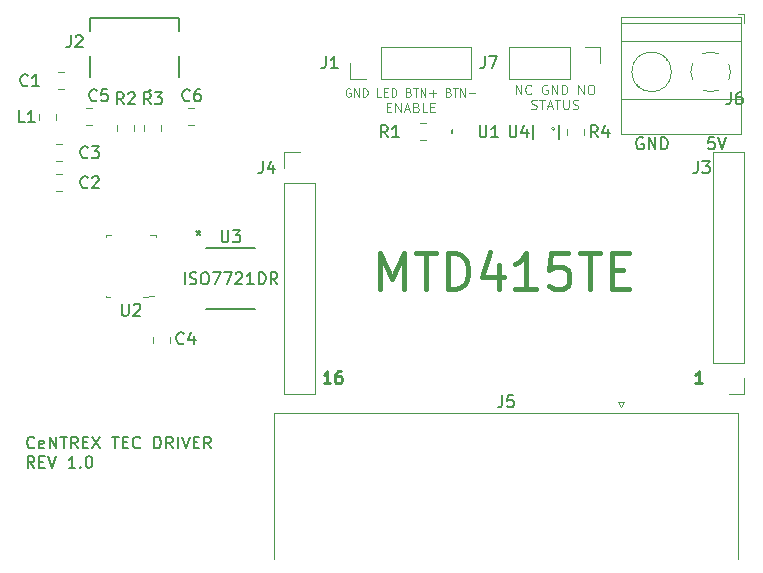
<source format=gbr>
G04 #@! TF.GenerationSoftware,KiCad,Pcbnew,(5.1.4)-1*
G04 #@! TF.CreationDate,2019-10-18T17:06:04-04:00*
G04 #@! TF.ProjectId,mtd415te,6d746434-3135-4746-952e-6b696361645f,rev?*
G04 #@! TF.SameCoordinates,Original*
G04 #@! TF.FileFunction,Legend,Top*
G04 #@! TF.FilePolarity,Positive*
%FSLAX46Y46*%
G04 Gerber Fmt 4.6, Leading zero omitted, Abs format (unit mm)*
G04 Created by KiCad (PCBNEW (5.1.4)-1) date 2019-10-18 17:06:04*
%MOMM*%
%LPD*%
G04 APERTURE LIST*
%ADD10C,0.120000*%
%ADD11C,0.250000*%
%ADD12C,0.100000*%
%ADD13C,0.150000*%
%ADD14C,0.400000*%
%ADD15C,0.152400*%
%ADD16C,0.203200*%
%ADD17C,0.127000*%
%ADD18C,0.200000*%
%ADD19C,0.050000*%
G04 APERTURE END LIST*
D10*
X129298952Y-49726857D02*
X129565619Y-49726857D01*
X129679904Y-50145904D02*
X129298952Y-50145904D01*
X129298952Y-49345904D01*
X129679904Y-49345904D01*
X130022761Y-50145904D02*
X130022761Y-49345904D01*
X130479904Y-50145904D01*
X130479904Y-49345904D01*
X130822761Y-49917333D02*
X131203714Y-49917333D01*
X130746571Y-50145904D02*
X131013238Y-49345904D01*
X131279904Y-50145904D01*
X131813238Y-49726857D02*
X131927523Y-49764952D01*
X131965619Y-49803047D01*
X132003714Y-49879238D01*
X132003714Y-49993523D01*
X131965619Y-50069714D01*
X131927523Y-50107809D01*
X131851333Y-50145904D01*
X131546571Y-50145904D01*
X131546571Y-49345904D01*
X131813238Y-49345904D01*
X131889428Y-49384000D01*
X131927523Y-49422095D01*
X131965619Y-49498285D01*
X131965619Y-49574476D01*
X131927523Y-49650666D01*
X131889428Y-49688761D01*
X131813238Y-49726857D01*
X131546571Y-49726857D01*
X132727523Y-50145904D02*
X132346571Y-50145904D01*
X132346571Y-49345904D01*
X132994190Y-49726857D02*
X133260857Y-49726857D01*
X133375142Y-50145904D02*
X132994190Y-50145904D01*
X132994190Y-49345904D01*
X133375142Y-49345904D01*
X141529047Y-49853809D02*
X141643333Y-49891904D01*
X141833809Y-49891904D01*
X141910000Y-49853809D01*
X141948095Y-49815714D01*
X141986190Y-49739523D01*
X141986190Y-49663333D01*
X141948095Y-49587142D01*
X141910000Y-49549047D01*
X141833809Y-49510952D01*
X141681428Y-49472857D01*
X141605238Y-49434761D01*
X141567142Y-49396666D01*
X141529047Y-49320476D01*
X141529047Y-49244285D01*
X141567142Y-49168095D01*
X141605238Y-49130000D01*
X141681428Y-49091904D01*
X141871904Y-49091904D01*
X141986190Y-49130000D01*
X142214761Y-49091904D02*
X142671904Y-49091904D01*
X142443333Y-49891904D02*
X142443333Y-49091904D01*
X142900476Y-49663333D02*
X143281428Y-49663333D01*
X142824285Y-49891904D02*
X143090952Y-49091904D01*
X143357619Y-49891904D01*
X143510000Y-49091904D02*
X143967142Y-49091904D01*
X143738571Y-49891904D02*
X143738571Y-49091904D01*
X144233809Y-49091904D02*
X144233809Y-49739523D01*
X144271904Y-49815714D01*
X144310000Y-49853809D01*
X144386190Y-49891904D01*
X144538571Y-49891904D01*
X144614761Y-49853809D01*
X144652857Y-49815714D01*
X144690952Y-49739523D01*
X144690952Y-49091904D01*
X145033809Y-49853809D02*
X145148095Y-49891904D01*
X145338571Y-49891904D01*
X145414761Y-49853809D01*
X145452857Y-49815714D01*
X145490952Y-49739523D01*
X145490952Y-49663333D01*
X145452857Y-49587142D01*
X145414761Y-49549047D01*
X145338571Y-49510952D01*
X145186190Y-49472857D01*
X145110000Y-49434761D01*
X145071904Y-49396666D01*
X145033809Y-49320476D01*
X145033809Y-49244285D01*
X145071904Y-49168095D01*
X145110000Y-49130000D01*
X145186190Y-49091904D01*
X145376666Y-49091904D01*
X145490952Y-49130000D01*
D11*
X124523523Y-73096380D02*
X123952095Y-73096380D01*
X124237809Y-73096380D02*
X124237809Y-72096380D01*
X124142571Y-72239238D01*
X124047333Y-72334476D01*
X123952095Y-72382095D01*
X125380666Y-72096380D02*
X125190190Y-72096380D01*
X125094952Y-72144000D01*
X125047333Y-72191619D01*
X124952095Y-72334476D01*
X124904476Y-72524952D01*
X124904476Y-72905904D01*
X124952095Y-73001142D01*
X124999714Y-73048761D01*
X125094952Y-73096380D01*
X125285428Y-73096380D01*
X125380666Y-73048761D01*
X125428285Y-73001142D01*
X125475904Y-72905904D01*
X125475904Y-72667809D01*
X125428285Y-72572571D01*
X125380666Y-72524952D01*
X125285428Y-72477333D01*
X125094952Y-72477333D01*
X124999714Y-72524952D01*
X124952095Y-72572571D01*
X124904476Y-72667809D01*
X155987714Y-73096380D02*
X155416285Y-73096380D01*
X155702000Y-73096380D02*
X155702000Y-72096380D01*
X155606761Y-72239238D01*
X155511523Y-72334476D01*
X155416285Y-72382095D01*
D12*
X126201333Y-48164000D02*
X126134666Y-48130666D01*
X126034666Y-48130666D01*
X125934666Y-48164000D01*
X125868000Y-48230666D01*
X125834666Y-48297333D01*
X125801333Y-48430666D01*
X125801333Y-48530666D01*
X125834666Y-48664000D01*
X125868000Y-48730666D01*
X125934666Y-48797333D01*
X126034666Y-48830666D01*
X126101333Y-48830666D01*
X126201333Y-48797333D01*
X126234666Y-48764000D01*
X126234666Y-48530666D01*
X126101333Y-48530666D01*
X126534666Y-48830666D02*
X126534666Y-48130666D01*
X126934666Y-48830666D01*
X126934666Y-48130666D01*
X127268000Y-48830666D02*
X127268000Y-48130666D01*
X127434666Y-48130666D01*
X127534666Y-48164000D01*
X127601333Y-48230666D01*
X127634666Y-48297333D01*
X127668000Y-48430666D01*
X127668000Y-48530666D01*
X127634666Y-48664000D01*
X127601333Y-48730666D01*
X127534666Y-48797333D01*
X127434666Y-48830666D01*
X127268000Y-48830666D01*
X128834666Y-48830666D02*
X128501333Y-48830666D01*
X128501333Y-48130666D01*
X129068000Y-48464000D02*
X129301333Y-48464000D01*
X129401333Y-48830666D02*
X129068000Y-48830666D01*
X129068000Y-48130666D01*
X129401333Y-48130666D01*
X129701333Y-48830666D02*
X129701333Y-48130666D01*
X129868000Y-48130666D01*
X129968000Y-48164000D01*
X130034666Y-48230666D01*
X130068000Y-48297333D01*
X130101333Y-48430666D01*
X130101333Y-48530666D01*
X130068000Y-48664000D01*
X130034666Y-48730666D01*
X129968000Y-48797333D01*
X129868000Y-48830666D01*
X129701333Y-48830666D01*
X131168000Y-48464000D02*
X131268000Y-48497333D01*
X131301333Y-48530666D01*
X131334666Y-48597333D01*
X131334666Y-48697333D01*
X131301333Y-48764000D01*
X131268000Y-48797333D01*
X131201333Y-48830666D01*
X130934666Y-48830666D01*
X130934666Y-48130666D01*
X131168000Y-48130666D01*
X131234666Y-48164000D01*
X131268000Y-48197333D01*
X131301333Y-48264000D01*
X131301333Y-48330666D01*
X131268000Y-48397333D01*
X131234666Y-48430666D01*
X131168000Y-48464000D01*
X130934666Y-48464000D01*
X131534666Y-48130666D02*
X131934666Y-48130666D01*
X131734666Y-48830666D02*
X131734666Y-48130666D01*
X132168000Y-48830666D02*
X132168000Y-48130666D01*
X132568000Y-48830666D01*
X132568000Y-48130666D01*
X132901333Y-48564000D02*
X133434666Y-48564000D01*
X133168000Y-48830666D02*
X133168000Y-48297333D01*
X134534666Y-48464000D02*
X134634666Y-48497333D01*
X134668000Y-48530666D01*
X134701333Y-48597333D01*
X134701333Y-48697333D01*
X134668000Y-48764000D01*
X134634666Y-48797333D01*
X134568000Y-48830666D01*
X134301333Y-48830666D01*
X134301333Y-48130666D01*
X134534666Y-48130666D01*
X134601333Y-48164000D01*
X134634666Y-48197333D01*
X134668000Y-48264000D01*
X134668000Y-48330666D01*
X134634666Y-48397333D01*
X134601333Y-48430666D01*
X134534666Y-48464000D01*
X134301333Y-48464000D01*
X134901333Y-48130666D02*
X135301333Y-48130666D01*
X135101333Y-48830666D02*
X135101333Y-48130666D01*
X135534666Y-48830666D02*
X135534666Y-48130666D01*
X135934666Y-48830666D01*
X135934666Y-48130666D01*
X136268000Y-48564000D02*
X136801333Y-48564000D01*
D10*
X140214761Y-48621904D02*
X140214761Y-47821904D01*
X140671904Y-48621904D01*
X140671904Y-47821904D01*
X141510000Y-48545714D02*
X141471904Y-48583809D01*
X141357619Y-48621904D01*
X141281428Y-48621904D01*
X141167142Y-48583809D01*
X141090952Y-48507619D01*
X141052857Y-48431428D01*
X141014761Y-48279047D01*
X141014761Y-48164761D01*
X141052857Y-48012380D01*
X141090952Y-47936190D01*
X141167142Y-47860000D01*
X141281428Y-47821904D01*
X141357619Y-47821904D01*
X141471904Y-47860000D01*
X141510000Y-47898095D01*
X142881428Y-47860000D02*
X142805238Y-47821904D01*
X142690952Y-47821904D01*
X142576666Y-47860000D01*
X142500476Y-47936190D01*
X142462380Y-48012380D01*
X142424285Y-48164761D01*
X142424285Y-48279047D01*
X142462380Y-48431428D01*
X142500476Y-48507619D01*
X142576666Y-48583809D01*
X142690952Y-48621904D01*
X142767142Y-48621904D01*
X142881428Y-48583809D01*
X142919523Y-48545714D01*
X142919523Y-48279047D01*
X142767142Y-48279047D01*
X143262380Y-48621904D02*
X143262380Y-47821904D01*
X143719523Y-48621904D01*
X143719523Y-47821904D01*
X144100476Y-48621904D02*
X144100476Y-47821904D01*
X144290952Y-47821904D01*
X144405238Y-47860000D01*
X144481428Y-47936190D01*
X144519523Y-48012380D01*
X144557619Y-48164761D01*
X144557619Y-48279047D01*
X144519523Y-48431428D01*
X144481428Y-48507619D01*
X144405238Y-48583809D01*
X144290952Y-48621904D01*
X144100476Y-48621904D01*
X145510000Y-48621904D02*
X145510000Y-47821904D01*
X145967142Y-48621904D01*
X145967142Y-47821904D01*
X146500476Y-47821904D02*
X146652857Y-47821904D01*
X146729047Y-47860000D01*
X146805238Y-47936190D01*
X146843333Y-48088571D01*
X146843333Y-48355238D01*
X146805238Y-48507619D01*
X146729047Y-48583809D01*
X146652857Y-48621904D01*
X146500476Y-48621904D01*
X146424285Y-48583809D01*
X146348095Y-48507619D01*
X146310000Y-48355238D01*
X146310000Y-48088571D01*
X146348095Y-47936190D01*
X146424285Y-47860000D01*
X146500476Y-47821904D01*
D13*
X99459023Y-78526142D02*
X99411404Y-78573761D01*
X99268547Y-78621380D01*
X99173309Y-78621380D01*
X99030452Y-78573761D01*
X98935214Y-78478523D01*
X98887595Y-78383285D01*
X98839976Y-78192809D01*
X98839976Y-78049952D01*
X98887595Y-77859476D01*
X98935214Y-77764238D01*
X99030452Y-77669000D01*
X99173309Y-77621380D01*
X99268547Y-77621380D01*
X99411404Y-77669000D01*
X99459023Y-77716619D01*
X100268547Y-78573761D02*
X100173309Y-78621380D01*
X99982833Y-78621380D01*
X99887595Y-78573761D01*
X99839976Y-78478523D01*
X99839976Y-78097571D01*
X99887595Y-78002333D01*
X99982833Y-77954714D01*
X100173309Y-77954714D01*
X100268547Y-78002333D01*
X100316166Y-78097571D01*
X100316166Y-78192809D01*
X99839976Y-78288047D01*
X100744738Y-78621380D02*
X100744738Y-77621380D01*
X101316166Y-78621380D01*
X101316166Y-77621380D01*
X101649500Y-77621380D02*
X102220928Y-77621380D01*
X101935214Y-78621380D02*
X101935214Y-77621380D01*
X103125690Y-78621380D02*
X102792357Y-78145190D01*
X102554261Y-78621380D02*
X102554261Y-77621380D01*
X102935214Y-77621380D01*
X103030452Y-77669000D01*
X103078071Y-77716619D01*
X103125690Y-77811857D01*
X103125690Y-77954714D01*
X103078071Y-78049952D01*
X103030452Y-78097571D01*
X102935214Y-78145190D01*
X102554261Y-78145190D01*
X103554261Y-78097571D02*
X103887595Y-78097571D01*
X104030452Y-78621380D02*
X103554261Y-78621380D01*
X103554261Y-77621380D01*
X104030452Y-77621380D01*
X104363785Y-77621380D02*
X105030452Y-78621380D01*
X105030452Y-77621380D02*
X104363785Y-78621380D01*
X106030452Y-77621380D02*
X106601880Y-77621380D01*
X106316166Y-78621380D02*
X106316166Y-77621380D01*
X106935214Y-78097571D02*
X107268547Y-78097571D01*
X107411404Y-78621380D02*
X106935214Y-78621380D01*
X106935214Y-77621380D01*
X107411404Y-77621380D01*
X108411404Y-78526142D02*
X108363785Y-78573761D01*
X108220928Y-78621380D01*
X108125690Y-78621380D01*
X107982833Y-78573761D01*
X107887595Y-78478523D01*
X107839976Y-78383285D01*
X107792357Y-78192809D01*
X107792357Y-78049952D01*
X107839976Y-77859476D01*
X107887595Y-77764238D01*
X107982833Y-77669000D01*
X108125690Y-77621380D01*
X108220928Y-77621380D01*
X108363785Y-77669000D01*
X108411404Y-77716619D01*
X109601880Y-78621380D02*
X109601880Y-77621380D01*
X109839976Y-77621380D01*
X109982833Y-77669000D01*
X110078071Y-77764238D01*
X110125690Y-77859476D01*
X110173309Y-78049952D01*
X110173309Y-78192809D01*
X110125690Y-78383285D01*
X110078071Y-78478523D01*
X109982833Y-78573761D01*
X109839976Y-78621380D01*
X109601880Y-78621380D01*
X111173309Y-78621380D02*
X110839976Y-78145190D01*
X110601880Y-78621380D02*
X110601880Y-77621380D01*
X110982833Y-77621380D01*
X111078071Y-77669000D01*
X111125690Y-77716619D01*
X111173309Y-77811857D01*
X111173309Y-77954714D01*
X111125690Y-78049952D01*
X111078071Y-78097571D01*
X110982833Y-78145190D01*
X110601880Y-78145190D01*
X111601880Y-78621380D02*
X111601880Y-77621380D01*
X111935214Y-77621380D02*
X112268547Y-78621380D01*
X112601880Y-77621380D01*
X112935214Y-78097571D02*
X113268547Y-78097571D01*
X113411404Y-78621380D02*
X112935214Y-78621380D01*
X112935214Y-77621380D01*
X113411404Y-77621380D01*
X114411404Y-78621380D02*
X114078071Y-78145190D01*
X113839976Y-78621380D02*
X113839976Y-77621380D01*
X114220928Y-77621380D01*
X114316166Y-77669000D01*
X114363785Y-77716619D01*
X114411404Y-77811857D01*
X114411404Y-77954714D01*
X114363785Y-78049952D01*
X114316166Y-78097571D01*
X114220928Y-78145190D01*
X113839976Y-78145190D01*
X99459023Y-80271380D02*
X99125690Y-79795190D01*
X98887595Y-80271380D02*
X98887595Y-79271380D01*
X99268547Y-79271380D01*
X99363785Y-79319000D01*
X99411404Y-79366619D01*
X99459023Y-79461857D01*
X99459023Y-79604714D01*
X99411404Y-79699952D01*
X99363785Y-79747571D01*
X99268547Y-79795190D01*
X98887595Y-79795190D01*
X99887595Y-79747571D02*
X100220928Y-79747571D01*
X100363785Y-80271380D02*
X99887595Y-80271380D01*
X99887595Y-79271380D01*
X100363785Y-79271380D01*
X100649500Y-79271380D02*
X100982833Y-80271380D01*
X101316166Y-79271380D01*
X102935214Y-80271380D02*
X102363785Y-80271380D01*
X102649500Y-80271380D02*
X102649500Y-79271380D01*
X102554261Y-79414238D01*
X102459023Y-79509476D01*
X102363785Y-79557095D01*
X103363785Y-80176142D02*
X103411404Y-80223761D01*
X103363785Y-80271380D01*
X103316166Y-80223761D01*
X103363785Y-80176142D01*
X103363785Y-80271380D01*
X104030452Y-79271380D02*
X104125690Y-79271380D01*
X104220928Y-79319000D01*
X104268547Y-79366619D01*
X104316166Y-79461857D01*
X104363785Y-79652333D01*
X104363785Y-79890428D01*
X104316166Y-80080904D01*
X104268547Y-80176142D01*
X104220928Y-80223761D01*
X104125690Y-80271380D01*
X104030452Y-80271380D01*
X103935214Y-80223761D01*
X103887595Y-80176142D01*
X103839976Y-80080904D01*
X103792357Y-79890428D01*
X103792357Y-79652333D01*
X103839976Y-79461857D01*
X103887595Y-79366619D01*
X103935214Y-79319000D01*
X104030452Y-79271380D01*
D14*
X128763428Y-65111142D02*
X128763428Y-62111142D01*
X129763428Y-64254000D01*
X130763428Y-62111142D01*
X130763428Y-65111142D01*
X131763428Y-62111142D02*
X133477714Y-62111142D01*
X132620571Y-65111142D02*
X132620571Y-62111142D01*
X134477714Y-65111142D02*
X134477714Y-62111142D01*
X135192000Y-62111142D01*
X135620571Y-62254000D01*
X135906285Y-62539714D01*
X136049142Y-62825428D01*
X136192000Y-63396857D01*
X136192000Y-63825428D01*
X136049142Y-64396857D01*
X135906285Y-64682571D01*
X135620571Y-64968285D01*
X135192000Y-65111142D01*
X134477714Y-65111142D01*
X138763428Y-63111142D02*
X138763428Y-65111142D01*
X138049142Y-61968285D02*
X137334857Y-64111142D01*
X139192000Y-64111142D01*
X141906285Y-65111142D02*
X140192000Y-65111142D01*
X141049142Y-65111142D02*
X141049142Y-62111142D01*
X140763428Y-62539714D01*
X140477714Y-62825428D01*
X140192000Y-62968285D01*
X144620571Y-62111142D02*
X143192000Y-62111142D01*
X143049142Y-63539714D01*
X143192000Y-63396857D01*
X143477714Y-63254000D01*
X144192000Y-63254000D01*
X144477714Y-63396857D01*
X144620571Y-63539714D01*
X144763428Y-63825428D01*
X144763428Y-64539714D01*
X144620571Y-64825428D01*
X144477714Y-64968285D01*
X144192000Y-65111142D01*
X143477714Y-65111142D01*
X143192000Y-64968285D01*
X143049142Y-64825428D01*
X145620571Y-62111142D02*
X147334857Y-62111142D01*
X146477714Y-65111142D02*
X146477714Y-62111142D01*
X148334857Y-63539714D02*
X149334857Y-63539714D01*
X149763428Y-65111142D02*
X148334857Y-65111142D01*
X148334857Y-62111142D01*
X149763428Y-62111142D01*
D13*
X150987523Y-52332000D02*
X150892285Y-52284380D01*
X150749428Y-52284380D01*
X150606571Y-52332000D01*
X150511333Y-52427238D01*
X150463714Y-52522476D01*
X150416095Y-52712952D01*
X150416095Y-52855809D01*
X150463714Y-53046285D01*
X150511333Y-53141523D01*
X150606571Y-53236761D01*
X150749428Y-53284380D01*
X150844666Y-53284380D01*
X150987523Y-53236761D01*
X151035142Y-53189142D01*
X151035142Y-52855809D01*
X150844666Y-52855809D01*
X151463714Y-53284380D02*
X151463714Y-52284380D01*
X152035142Y-53284380D01*
X152035142Y-52284380D01*
X152511333Y-53284380D02*
X152511333Y-52284380D01*
X152749428Y-52284380D01*
X152892285Y-52332000D01*
X152987523Y-52427238D01*
X153035142Y-52522476D01*
X153082761Y-52712952D01*
X153082761Y-52855809D01*
X153035142Y-53046285D01*
X152987523Y-53141523D01*
X152892285Y-53236761D01*
X152749428Y-53284380D01*
X152511333Y-53284380D01*
X157035142Y-52284380D02*
X156558952Y-52284380D01*
X156511333Y-52760571D01*
X156558952Y-52712952D01*
X156654190Y-52665333D01*
X156892285Y-52665333D01*
X156987523Y-52712952D01*
X157035142Y-52760571D01*
X157082761Y-52855809D01*
X157082761Y-53093904D01*
X157035142Y-53189142D01*
X156987523Y-53236761D01*
X156892285Y-53284380D01*
X156654190Y-53284380D01*
X156558952Y-53236761D01*
X156511333Y-53189142D01*
X157368476Y-52284380D02*
X157701809Y-53284380D01*
X158035142Y-52284380D01*
D10*
X159572000Y-73974000D02*
X158242000Y-73974000D01*
X159572000Y-72644000D02*
X159572000Y-73974000D01*
X159572000Y-71374000D02*
X156912000Y-71374000D01*
X156912000Y-71374000D02*
X156912000Y-53534000D01*
X159572000Y-71374000D02*
X159572000Y-53534000D01*
X159572000Y-53534000D02*
X156912000Y-53534000D01*
X149098000Y-75148675D02*
X148848000Y-74715662D01*
X149348000Y-74715662D02*
X149098000Y-75148675D01*
X148848000Y-74715662D02*
X149348000Y-74715662D01*
X159063000Y-75610000D02*
X159063000Y-87950000D01*
X119743000Y-75610000D02*
X159063000Y-75610000D01*
X119743000Y-87950000D02*
X119743000Y-75610000D01*
D12*
X105519800Y-65782500D02*
X105869800Y-65782500D01*
X105519800Y-65682500D02*
X105519800Y-65782500D01*
X109169800Y-65682500D02*
X109569800Y-65682500D01*
X109069800Y-65782500D02*
X109169800Y-65682500D01*
X108669800Y-65782500D02*
X109069800Y-65782500D01*
X109719800Y-60582500D02*
X109269800Y-60582500D01*
X109719800Y-60682500D02*
X109719800Y-60582500D01*
X105519800Y-60582500D02*
X105919800Y-60582500D01*
X105519800Y-60682500D02*
X105519800Y-60582500D01*
D15*
X118160800Y-61683900D02*
X113995200Y-61683900D01*
X113995200Y-66840100D02*
X118160800Y-66840100D01*
D10*
X159518000Y-41836000D02*
X159018000Y-41836000D01*
X159518000Y-42576000D02*
X159518000Y-41836000D01*
X152945000Y-45713000D02*
X152992000Y-45667000D01*
X150648000Y-48011000D02*
X150683000Y-47975000D01*
X152752000Y-45497000D02*
X152787000Y-45462000D01*
X150443000Y-47805000D02*
X150490000Y-47759000D01*
X149158000Y-51997000D02*
X149158000Y-42076000D01*
X159278000Y-51997000D02*
X159278000Y-42076000D01*
X159278000Y-42076000D02*
X149158000Y-42076000D01*
X159278000Y-51997000D02*
X149158000Y-51997000D01*
X159278000Y-49037000D02*
X149158000Y-49037000D01*
X159278000Y-44136000D02*
X149158000Y-44136000D01*
X159278000Y-42636000D02*
X149158000Y-42636000D01*
X153398000Y-46736000D02*
G75*
G03X153398000Y-46736000I-1680000J0D01*
G01*
X156689195Y-45055747D02*
G75*
G02X157402000Y-45201000I28805J-1680253D01*
G01*
X158253426Y-46052958D02*
G75*
G02X158253000Y-47420000I-1535426J-683042D01*
G01*
X157401042Y-48271426D02*
G75*
G02X156034000Y-48271000I-683042J1535426D01*
G01*
X155182574Y-47419042D02*
G75*
G02X155183000Y-46052000I1535426J683042D01*
G01*
X156034682Y-45201244D02*
G75*
G02X156718000Y-45056000I683318J-1534756D01*
G01*
X147380000Y-44644000D02*
X147380000Y-45974000D01*
X146050000Y-44644000D02*
X147380000Y-44644000D01*
X144780000Y-44644000D02*
X144780000Y-47304000D01*
X144780000Y-47304000D02*
X139640000Y-47304000D01*
X144780000Y-44644000D02*
X139640000Y-44644000D01*
X139640000Y-44644000D02*
X139640000Y-47304000D01*
X101780078Y-55424000D02*
X101262922Y-55424000D01*
X101780078Y-56844000D02*
X101262922Y-56844000D01*
X101780078Y-52884000D02*
X101262922Y-52884000D01*
X101780078Y-54304000D02*
X101262922Y-54304000D01*
X132592578Y-51106000D02*
X132075422Y-51106000D01*
X132592578Y-52526000D02*
X132075422Y-52526000D01*
D15*
X134848599Y-51688997D02*
G75*
G02X134848600Y-51943000I-278679J-127003D01*
G01*
D10*
X144578000Y-51557422D02*
X144578000Y-52074578D01*
X145998000Y-51557422D02*
X145998000Y-52074578D01*
D12*
X143548000Y-51566000D02*
G75*
G03X143548000Y-51566000I-150000J0D01*
G01*
D16*
X143848000Y-51216000D02*
X143848000Y-52416000D01*
X141648000Y-52416000D02*
X141648000Y-51216000D01*
D10*
X126178000Y-47304000D02*
X126178000Y-45974000D01*
X127508000Y-47304000D02*
X126178000Y-47304000D01*
X128778000Y-47304000D02*
X128778000Y-44644000D01*
X128778000Y-44644000D02*
X136458000Y-44644000D01*
X128778000Y-47304000D02*
X136458000Y-47304000D01*
X136458000Y-47304000D02*
X136458000Y-44644000D01*
X101937078Y-46788000D02*
X101419922Y-46788000D01*
X101937078Y-48208000D02*
X101419922Y-48208000D01*
X99874000Y-50287422D02*
X99874000Y-50804578D01*
X101294000Y-50287422D02*
X101294000Y-50804578D01*
X110184000Y-51742078D02*
X110184000Y-51224922D01*
X108764000Y-51742078D02*
X108764000Y-51224922D01*
X107898000Y-51742078D02*
X107898000Y-51224922D01*
X106478000Y-51742078D02*
X106478000Y-51224922D01*
D17*
X111700000Y-42204000D02*
X111700000Y-43254000D01*
X104200000Y-42204000D02*
X111700000Y-42204000D01*
X104200000Y-43254000D02*
X104200000Y-42204000D01*
D18*
X109350000Y-48304000D02*
G75*
G03X109350000Y-48304000I-100000J0D01*
G01*
D17*
X104200000Y-47204000D02*
X104200000Y-45354000D01*
X111700000Y-45354000D02*
X111700000Y-47204000D01*
D10*
X120590000Y-53534000D02*
X121920000Y-53534000D01*
X120590000Y-54864000D02*
X120590000Y-53534000D01*
X120590000Y-56134000D02*
X123250000Y-56134000D01*
X123250000Y-56134000D02*
X123250000Y-73974000D01*
X120590000Y-56134000D02*
X120590000Y-73974000D01*
X120590000Y-73974000D02*
X123250000Y-73974000D01*
X112438922Y-51256000D02*
X112956078Y-51256000D01*
X112438922Y-49836000D02*
X112956078Y-49836000D01*
X104320078Y-49836000D02*
X103802922Y-49836000D01*
X104320078Y-51256000D02*
X103802922Y-51256000D01*
X110946000Y-69679078D02*
X110946000Y-69161922D01*
X109526000Y-69679078D02*
X109526000Y-69161922D01*
D13*
X155622666Y-54316380D02*
X155622666Y-55030666D01*
X155575047Y-55173523D01*
X155479809Y-55268761D01*
X155336952Y-55316380D01*
X155241714Y-55316380D01*
X156003619Y-54316380D02*
X156622666Y-54316380D01*
X156289333Y-54697333D01*
X156432190Y-54697333D01*
X156527428Y-54744952D01*
X156575047Y-54792571D01*
X156622666Y-54887809D01*
X156622666Y-55125904D01*
X156575047Y-55221142D01*
X156527428Y-55268761D01*
X156432190Y-55316380D01*
X156146476Y-55316380D01*
X156051238Y-55268761D01*
X156003619Y-55221142D01*
X139069666Y-74122380D02*
X139069666Y-74836666D01*
X139022047Y-74979523D01*
X138926809Y-75074761D01*
X138783952Y-75122380D01*
X138688714Y-75122380D01*
X140022047Y-74122380D02*
X139545857Y-74122380D01*
X139498238Y-74598571D01*
X139545857Y-74550952D01*
X139641095Y-74503333D01*
X139879190Y-74503333D01*
X139974428Y-74550952D01*
X140022047Y-74598571D01*
X140069666Y-74693809D01*
X140069666Y-74931904D01*
X140022047Y-75027142D01*
X139974428Y-75074761D01*
X139879190Y-75122380D01*
X139641095Y-75122380D01*
X139545857Y-75074761D01*
X139498238Y-75027142D01*
X106857895Y-66384880D02*
X106857895Y-67194404D01*
X106905514Y-67289642D01*
X106953133Y-67337261D01*
X107048371Y-67384880D01*
X107238847Y-67384880D01*
X107334085Y-67337261D01*
X107381704Y-67289642D01*
X107429323Y-67194404D01*
X107429323Y-66384880D01*
X107857895Y-66480119D02*
X107905514Y-66432500D01*
X108000752Y-66384880D01*
X108238847Y-66384880D01*
X108334085Y-66432500D01*
X108381704Y-66480119D01*
X108429323Y-66575357D01*
X108429323Y-66670595D01*
X108381704Y-66813452D01*
X107810276Y-67384880D01*
X108429323Y-67384880D01*
X115316095Y-60158380D02*
X115316095Y-60967904D01*
X115363714Y-61063142D01*
X115411333Y-61110761D01*
X115506571Y-61158380D01*
X115697047Y-61158380D01*
X115792285Y-61110761D01*
X115839904Y-61063142D01*
X115887523Y-60967904D01*
X115887523Y-60158380D01*
X116268476Y-60158380D02*
X116887523Y-60158380D01*
X116554190Y-60539333D01*
X116697047Y-60539333D01*
X116792285Y-60586952D01*
X116839904Y-60634571D01*
X116887523Y-60729809D01*
X116887523Y-60967904D01*
X116839904Y-61063142D01*
X116792285Y-61110761D01*
X116697047Y-61158380D01*
X116411333Y-61158380D01*
X116316095Y-61110761D01*
X116268476Y-61063142D01*
X112173238Y-64714380D02*
X112173238Y-63714380D01*
X112601809Y-64666761D02*
X112744666Y-64714380D01*
X112982761Y-64714380D01*
X113078000Y-64666761D01*
X113125619Y-64619142D01*
X113173238Y-64523904D01*
X113173238Y-64428666D01*
X113125619Y-64333428D01*
X113078000Y-64285809D01*
X112982761Y-64238190D01*
X112792285Y-64190571D01*
X112697047Y-64142952D01*
X112649428Y-64095333D01*
X112601809Y-64000095D01*
X112601809Y-63904857D01*
X112649428Y-63809619D01*
X112697047Y-63762000D01*
X112792285Y-63714380D01*
X113030380Y-63714380D01*
X113173238Y-63762000D01*
X113792285Y-63714380D02*
X113982761Y-63714380D01*
X114078000Y-63762000D01*
X114173238Y-63857238D01*
X114220857Y-64047714D01*
X114220857Y-64381047D01*
X114173238Y-64571523D01*
X114078000Y-64666761D01*
X113982761Y-64714380D01*
X113792285Y-64714380D01*
X113697047Y-64666761D01*
X113601809Y-64571523D01*
X113554190Y-64381047D01*
X113554190Y-64047714D01*
X113601809Y-63857238D01*
X113697047Y-63762000D01*
X113792285Y-63714380D01*
X114554190Y-63714380D02*
X115220857Y-63714380D01*
X114792285Y-64714380D01*
X115506571Y-63714380D02*
X116173238Y-63714380D01*
X115744666Y-64714380D01*
X116506571Y-63809619D02*
X116554190Y-63762000D01*
X116649428Y-63714380D01*
X116887523Y-63714380D01*
X116982761Y-63762000D01*
X117030380Y-63809619D01*
X117078000Y-63904857D01*
X117078000Y-64000095D01*
X117030380Y-64142952D01*
X116458952Y-64714380D01*
X117078000Y-64714380D01*
X118030380Y-64714380D02*
X117458952Y-64714380D01*
X117744666Y-64714380D02*
X117744666Y-63714380D01*
X117649428Y-63857238D01*
X117554190Y-63952476D01*
X117458952Y-64000095D01*
X118458952Y-64714380D02*
X118458952Y-63714380D01*
X118697047Y-63714380D01*
X118839904Y-63762000D01*
X118935142Y-63857238D01*
X118982761Y-63952476D01*
X119030380Y-64142952D01*
X119030380Y-64285809D01*
X118982761Y-64476285D01*
X118935142Y-64571523D01*
X118839904Y-64666761D01*
X118697047Y-64714380D01*
X118458952Y-64714380D01*
X120030380Y-64714380D02*
X119697047Y-64238190D01*
X119458952Y-64714380D02*
X119458952Y-63714380D01*
X119839904Y-63714380D01*
X119935142Y-63762000D01*
X119982761Y-63809619D01*
X120030380Y-63904857D01*
X120030380Y-64047714D01*
X119982761Y-64142952D01*
X119935142Y-64190571D01*
X119839904Y-64238190D01*
X119458952Y-64238190D01*
X113360200Y-60107580D02*
X113360200Y-60345676D01*
X113122104Y-60250438D02*
X113360200Y-60345676D01*
X113598295Y-60250438D01*
X113217342Y-60536152D02*
X113360200Y-60345676D01*
X113503057Y-60536152D01*
X158416666Y-48474380D02*
X158416666Y-49188666D01*
X158369047Y-49331523D01*
X158273809Y-49426761D01*
X158130952Y-49474380D01*
X158035714Y-49474380D01*
X159321428Y-48474380D02*
X159130952Y-48474380D01*
X159035714Y-48522000D01*
X158988095Y-48569619D01*
X158892857Y-48712476D01*
X158845238Y-48902952D01*
X158845238Y-49283904D01*
X158892857Y-49379142D01*
X158940476Y-49426761D01*
X159035714Y-49474380D01*
X159226190Y-49474380D01*
X159321428Y-49426761D01*
X159369047Y-49379142D01*
X159416666Y-49283904D01*
X159416666Y-49045809D01*
X159369047Y-48950571D01*
X159321428Y-48902952D01*
X159226190Y-48855333D01*
X159035714Y-48855333D01*
X158940476Y-48902952D01*
X158892857Y-48950571D01*
X158845238Y-49045809D01*
X137588666Y-45426380D02*
X137588666Y-46140666D01*
X137541047Y-46283523D01*
X137445809Y-46378761D01*
X137302952Y-46426380D01*
X137207714Y-46426380D01*
X137969619Y-45426380D02*
X138636285Y-45426380D01*
X138207714Y-46426380D01*
X103973333Y-56491142D02*
X103925714Y-56538761D01*
X103782857Y-56586380D01*
X103687619Y-56586380D01*
X103544761Y-56538761D01*
X103449523Y-56443523D01*
X103401904Y-56348285D01*
X103354285Y-56157809D01*
X103354285Y-56014952D01*
X103401904Y-55824476D01*
X103449523Y-55729238D01*
X103544761Y-55634000D01*
X103687619Y-55586380D01*
X103782857Y-55586380D01*
X103925714Y-55634000D01*
X103973333Y-55681619D01*
X104354285Y-55681619D02*
X104401904Y-55634000D01*
X104497142Y-55586380D01*
X104735238Y-55586380D01*
X104830476Y-55634000D01*
X104878095Y-55681619D01*
X104925714Y-55776857D01*
X104925714Y-55872095D01*
X104878095Y-56014952D01*
X104306666Y-56586380D01*
X104925714Y-56586380D01*
X103973333Y-53951142D02*
X103925714Y-53998761D01*
X103782857Y-54046380D01*
X103687619Y-54046380D01*
X103544761Y-53998761D01*
X103449523Y-53903523D01*
X103401904Y-53808285D01*
X103354285Y-53617809D01*
X103354285Y-53474952D01*
X103401904Y-53284476D01*
X103449523Y-53189238D01*
X103544761Y-53094000D01*
X103687619Y-53046380D01*
X103782857Y-53046380D01*
X103925714Y-53094000D01*
X103973333Y-53141619D01*
X104306666Y-53046380D02*
X104925714Y-53046380D01*
X104592380Y-53427333D01*
X104735238Y-53427333D01*
X104830476Y-53474952D01*
X104878095Y-53522571D01*
X104925714Y-53617809D01*
X104925714Y-53855904D01*
X104878095Y-53951142D01*
X104830476Y-53998761D01*
X104735238Y-54046380D01*
X104449523Y-54046380D01*
X104354285Y-53998761D01*
X104306666Y-53951142D01*
X129373333Y-52268380D02*
X129040000Y-51792190D01*
X128801904Y-52268380D02*
X128801904Y-51268380D01*
X129182857Y-51268380D01*
X129278095Y-51316000D01*
X129325714Y-51363619D01*
X129373333Y-51458857D01*
X129373333Y-51601714D01*
X129325714Y-51696952D01*
X129278095Y-51744571D01*
X129182857Y-51792190D01*
X128801904Y-51792190D01*
X130325714Y-52268380D02*
X129754285Y-52268380D01*
X130040000Y-52268380D02*
X130040000Y-51268380D01*
X129944761Y-51411238D01*
X129849523Y-51506476D01*
X129754285Y-51554095D01*
X137160095Y-51268380D02*
X137160095Y-52077904D01*
X137207714Y-52173142D01*
X137255333Y-52220761D01*
X137350571Y-52268380D01*
X137541047Y-52268380D01*
X137636285Y-52220761D01*
X137683904Y-52173142D01*
X137731523Y-52077904D01*
X137731523Y-51268380D01*
X138731523Y-52268380D02*
X138160095Y-52268380D01*
X138445809Y-52268380D02*
X138445809Y-51268380D01*
X138350571Y-51411238D01*
X138255333Y-51506476D01*
X138160095Y-51554095D01*
D19*
D13*
X147153333Y-52268380D02*
X146820000Y-51792190D01*
X146581904Y-52268380D02*
X146581904Y-51268380D01*
X146962857Y-51268380D01*
X147058095Y-51316000D01*
X147105714Y-51363619D01*
X147153333Y-51458857D01*
X147153333Y-51601714D01*
X147105714Y-51696952D01*
X147058095Y-51744571D01*
X146962857Y-51792190D01*
X146581904Y-51792190D01*
X148010476Y-51601714D02*
X148010476Y-52268380D01*
X147772380Y-51220761D02*
X147534285Y-51935047D01*
X148153333Y-51935047D01*
X139700095Y-51268380D02*
X139700095Y-52077904D01*
X139747714Y-52173142D01*
X139795333Y-52220761D01*
X139890571Y-52268380D01*
X140081047Y-52268380D01*
X140176285Y-52220761D01*
X140223904Y-52173142D01*
X140271523Y-52077904D01*
X140271523Y-51268380D01*
X141176285Y-51601714D02*
X141176285Y-52268380D01*
X140938190Y-51220761D02*
X140700095Y-51935047D01*
X141319142Y-51935047D01*
D19*
D13*
X124126666Y-45426380D02*
X124126666Y-46140666D01*
X124079047Y-46283523D01*
X123983809Y-46378761D01*
X123840952Y-46426380D01*
X123745714Y-46426380D01*
X125126666Y-46426380D02*
X124555238Y-46426380D01*
X124840952Y-46426380D02*
X124840952Y-45426380D01*
X124745714Y-45569238D01*
X124650476Y-45664476D01*
X124555238Y-45712095D01*
X98893333Y-47855142D02*
X98845714Y-47902761D01*
X98702857Y-47950380D01*
X98607619Y-47950380D01*
X98464761Y-47902761D01*
X98369523Y-47807523D01*
X98321904Y-47712285D01*
X98274285Y-47521809D01*
X98274285Y-47378952D01*
X98321904Y-47188476D01*
X98369523Y-47093238D01*
X98464761Y-46998000D01*
X98607619Y-46950380D01*
X98702857Y-46950380D01*
X98845714Y-46998000D01*
X98893333Y-47045619D01*
X99845714Y-47950380D02*
X99274285Y-47950380D01*
X99560000Y-47950380D02*
X99560000Y-46950380D01*
X99464761Y-47093238D01*
X99369523Y-47188476D01*
X99274285Y-47236095D01*
X98639333Y-50998380D02*
X98163142Y-50998380D01*
X98163142Y-49998380D01*
X99496476Y-50998380D02*
X98925047Y-50998380D01*
X99210761Y-50998380D02*
X99210761Y-49998380D01*
X99115523Y-50141238D01*
X99020285Y-50236476D01*
X98925047Y-50284095D01*
X109307333Y-49474380D02*
X108974000Y-48998190D01*
X108735904Y-49474380D02*
X108735904Y-48474380D01*
X109116857Y-48474380D01*
X109212095Y-48522000D01*
X109259714Y-48569619D01*
X109307333Y-48664857D01*
X109307333Y-48807714D01*
X109259714Y-48902952D01*
X109212095Y-48950571D01*
X109116857Y-48998190D01*
X108735904Y-48998190D01*
X109640666Y-48474380D02*
X110259714Y-48474380D01*
X109926380Y-48855333D01*
X110069238Y-48855333D01*
X110164476Y-48902952D01*
X110212095Y-48950571D01*
X110259714Y-49045809D01*
X110259714Y-49283904D01*
X110212095Y-49379142D01*
X110164476Y-49426761D01*
X110069238Y-49474380D01*
X109783523Y-49474380D01*
X109688285Y-49426761D01*
X109640666Y-49379142D01*
X107021333Y-49474380D02*
X106688000Y-48998190D01*
X106449904Y-49474380D02*
X106449904Y-48474380D01*
X106830857Y-48474380D01*
X106926095Y-48522000D01*
X106973714Y-48569619D01*
X107021333Y-48664857D01*
X107021333Y-48807714D01*
X106973714Y-48902952D01*
X106926095Y-48950571D01*
X106830857Y-48998190D01*
X106449904Y-48998190D01*
X107402285Y-48569619D02*
X107449904Y-48522000D01*
X107545142Y-48474380D01*
X107783238Y-48474380D01*
X107878476Y-48522000D01*
X107926095Y-48569619D01*
X107973714Y-48664857D01*
X107973714Y-48760095D01*
X107926095Y-48902952D01*
X107354666Y-49474380D01*
X107973714Y-49474380D01*
X102536646Y-43648348D02*
X102536646Y-44362676D01*
X102489024Y-44505542D01*
X102393780Y-44600786D01*
X102250915Y-44648408D01*
X102155671Y-44648408D01*
X102965243Y-43743591D02*
X103012865Y-43695970D01*
X103108109Y-43648348D01*
X103346219Y-43648348D01*
X103441462Y-43695970D01*
X103489084Y-43743591D01*
X103536706Y-43838835D01*
X103536706Y-43934079D01*
X103489084Y-44076945D01*
X102917621Y-44648408D01*
X103536706Y-44648408D01*
D19*
D13*
X118792666Y-54316380D02*
X118792666Y-55030666D01*
X118745047Y-55173523D01*
X118649809Y-55268761D01*
X118506952Y-55316380D01*
X118411714Y-55316380D01*
X119697428Y-54649714D02*
X119697428Y-55316380D01*
X119459333Y-54268761D02*
X119221238Y-54983047D01*
X119840285Y-54983047D01*
X112609333Y-49125142D02*
X112561714Y-49172761D01*
X112418857Y-49220380D01*
X112323619Y-49220380D01*
X112180761Y-49172761D01*
X112085523Y-49077523D01*
X112037904Y-48982285D01*
X111990285Y-48791809D01*
X111990285Y-48648952D01*
X112037904Y-48458476D01*
X112085523Y-48363238D01*
X112180761Y-48268000D01*
X112323619Y-48220380D01*
X112418857Y-48220380D01*
X112561714Y-48268000D01*
X112609333Y-48315619D01*
X113466476Y-48220380D02*
X113276000Y-48220380D01*
X113180761Y-48268000D01*
X113133142Y-48315619D01*
X113037904Y-48458476D01*
X112990285Y-48648952D01*
X112990285Y-49029904D01*
X113037904Y-49125142D01*
X113085523Y-49172761D01*
X113180761Y-49220380D01*
X113371238Y-49220380D01*
X113466476Y-49172761D01*
X113514095Y-49125142D01*
X113561714Y-49029904D01*
X113561714Y-48791809D01*
X113514095Y-48696571D01*
X113466476Y-48648952D01*
X113371238Y-48601333D01*
X113180761Y-48601333D01*
X113085523Y-48648952D01*
X113037904Y-48696571D01*
X112990285Y-48791809D01*
X104735333Y-49125142D02*
X104687714Y-49172761D01*
X104544857Y-49220380D01*
X104449619Y-49220380D01*
X104306761Y-49172761D01*
X104211523Y-49077523D01*
X104163904Y-48982285D01*
X104116285Y-48791809D01*
X104116285Y-48648952D01*
X104163904Y-48458476D01*
X104211523Y-48363238D01*
X104306761Y-48268000D01*
X104449619Y-48220380D01*
X104544857Y-48220380D01*
X104687714Y-48268000D01*
X104735333Y-48315619D01*
X105640095Y-48220380D02*
X105163904Y-48220380D01*
X105116285Y-48696571D01*
X105163904Y-48648952D01*
X105259142Y-48601333D01*
X105497238Y-48601333D01*
X105592476Y-48648952D01*
X105640095Y-48696571D01*
X105687714Y-48791809D01*
X105687714Y-49029904D01*
X105640095Y-49125142D01*
X105592476Y-49172761D01*
X105497238Y-49220380D01*
X105259142Y-49220380D01*
X105163904Y-49172761D01*
X105116285Y-49125142D01*
X112101333Y-69699142D02*
X112053714Y-69746761D01*
X111910857Y-69794380D01*
X111815619Y-69794380D01*
X111672761Y-69746761D01*
X111577523Y-69651523D01*
X111529904Y-69556285D01*
X111482285Y-69365809D01*
X111482285Y-69222952D01*
X111529904Y-69032476D01*
X111577523Y-68937238D01*
X111672761Y-68842000D01*
X111815619Y-68794380D01*
X111910857Y-68794380D01*
X112053714Y-68842000D01*
X112101333Y-68889619D01*
X112958476Y-69127714D02*
X112958476Y-69794380D01*
X112720380Y-68746761D02*
X112482285Y-69461047D01*
X113101333Y-69461047D01*
M02*

</source>
